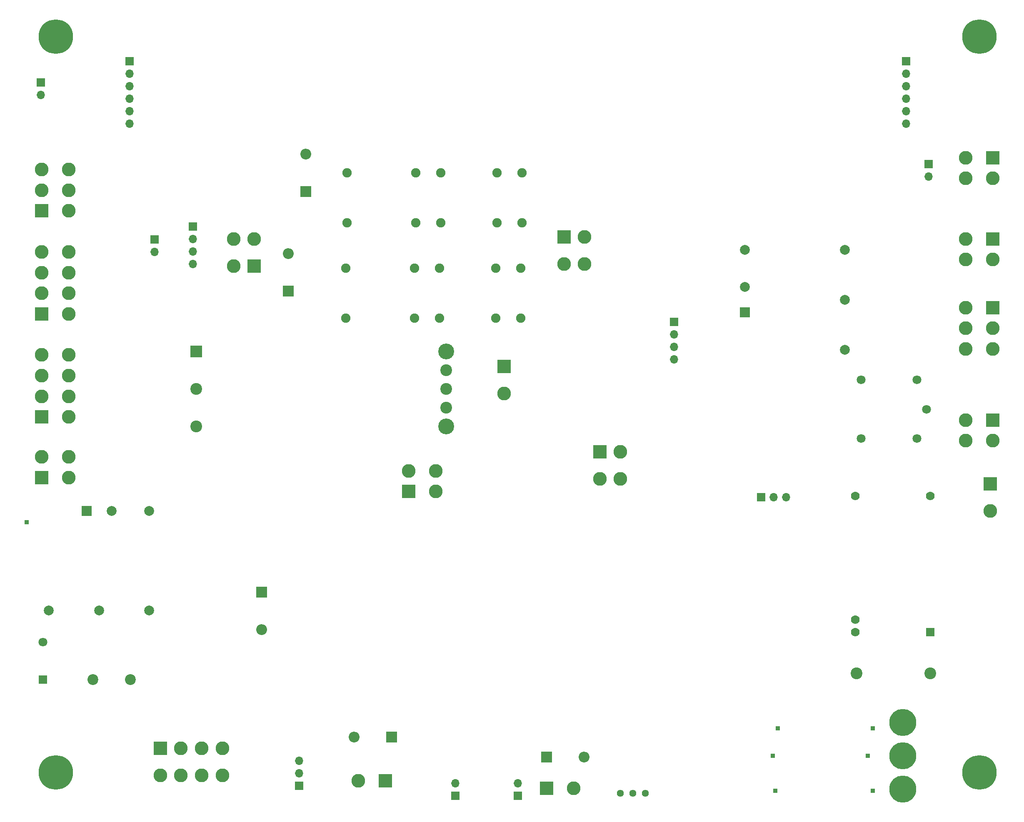
<source format=gbr>
%TF.GenerationSoftware,KiCad,Pcbnew,(5.1.6)-1*%
%TF.CreationDate,2021-02-04T22:55:20-05:00*%
%TF.ProjectId,TSI_Rev.5,5453495f-5265-4762-9e35-2e6b69636164,rev?*%
%TF.SameCoordinates,Original*%
%TF.FileFunction,Soldermask,Bot*%
%TF.FilePolarity,Negative*%
%FSLAX46Y46*%
G04 Gerber Fmt 4.6, Leading zero omitted, Abs format (unit mm)*
G04 Created by KiCad (PCBNEW (5.1.6)-1) date 2021-02-04 22:55:20*
%MOMM*%
%LPD*%
G01*
G04 APERTURE LIST*
%ADD10C,2.000000*%
%ADD11R,2.000000X2.000000*%
%ADD12R,0.850000X0.850000*%
%ADD13O,1.700000X1.700000*%
%ADD14R,1.700000X1.700000*%
%ADD15R,2.800000X2.800000*%
%ADD16C,2.800000*%
%ADD17C,1.905000*%
%ADD18C,1.778000*%
%ADD19R,1.778000X1.778000*%
%ADD20C,2.400000*%
%ADD21R,2.200000X2.200000*%
%ADD22O,2.200000X2.200000*%
%ADD23C,5.500000*%
%ADD24R,1.800000X1.800000*%
%ADD25C,1.800000*%
%ADD26C,2.200000*%
%ADD27C,1.808000*%
%ADD28C,3.226000*%
%ADD29R,2.400000X2.400000*%
%ADD30C,1.440000*%
%ADD31C,7.000000*%
G04 APERTURE END LIST*
D10*
%TO.C,PS1*%
X126887600Y-157007400D03*
X126887600Y-177307400D03*
X116687600Y-177307400D03*
X106487600Y-177307400D03*
X119287600Y-157007400D03*
D11*
X114187600Y-157007400D03*
%TD*%
D12*
%TO.C,J29*%
X101942900Y-159334200D03*
%TD*%
D13*
%TO.C,J23*%
X104838500Y-72415400D03*
D14*
X104838500Y-69875400D03*
%TD*%
D13*
%TO.C,J21*%
X233514900Y-126238000D03*
X233514900Y-123698000D03*
X233514900Y-121158000D03*
D14*
X233514900Y-118618000D03*
%TD*%
D13*
%TO.C,J19*%
X135737600Y-106832400D03*
X135737600Y-104292400D03*
X135737600Y-101752400D03*
D14*
X135737600Y-99212400D03*
%TD*%
D11*
%TO.C,U41*%
X247972420Y-116612040D03*
D10*
X247972420Y-111512040D03*
X268272420Y-124312040D03*
X268272420Y-114112040D03*
X268272420Y-103912040D03*
X247972420Y-103912040D03*
%TD*%
D13*
%TO.C,J13.2*%
X280672540Y-78257400D03*
X280672540Y-75717400D03*
X280672540Y-73177400D03*
X280697940Y-70637400D03*
X280672540Y-68097400D03*
D14*
X280672540Y-65557400D03*
%TD*%
D15*
%TO.C,J9*%
X105041700Y-150266400D03*
D16*
X105041700Y-146066400D03*
X110541700Y-150266400D03*
X110541700Y-146066400D03*
%TD*%
D17*
%TO.C,K3*%
X166852600Y-107657900D03*
X180822600Y-107657900D03*
X185915300Y-107657900D03*
X197345300Y-107657900D03*
X202425300Y-107657900D03*
X202425300Y-117817900D03*
X197345300Y-117817900D03*
X185915300Y-117817900D03*
X180822600Y-117817900D03*
X166852600Y-117817900D03*
%TD*%
D13*
%TO.C,JP3*%
X285318200Y-89090500D03*
D14*
X285318200Y-86550500D03*
%TD*%
D13*
%TO.C,J13.1*%
X122908060Y-78257400D03*
X122933460Y-75717400D03*
X122933460Y-73177400D03*
X122933460Y-70637400D03*
X122933460Y-68097400D03*
D14*
X122933460Y-65557400D03*
%TD*%
D18*
%TO.C,U1*%
X285597600Y-153949400D03*
X270357600Y-153949400D03*
X270357600Y-179095400D03*
X270357600Y-181635400D03*
D19*
X285597600Y-181635400D03*
%TD*%
D20*
%TO.C,C14*%
X285597600Y-190017400D03*
X270597600Y-190017400D03*
%TD*%
D21*
%TO.C,D5*%
X158711900Y-92062300D03*
D22*
X158711900Y-84442300D03*
%TD*%
D21*
%TO.C,D8*%
X149707600Y-173507400D03*
D22*
X149707600Y-181127400D03*
%TD*%
%TO.C,D9*%
X155111700Y-104672000D03*
D21*
X155111700Y-112292000D03*
%TD*%
%TO.C,D16*%
X207619600Y-207035400D03*
D22*
X215239600Y-207035400D03*
%TD*%
%TO.C,D17*%
X168503600Y-202971400D03*
D21*
X176123600Y-202971400D03*
%TD*%
D23*
%TO.C,J1*%
X280009600Y-213551400D03*
X280009600Y-206781400D03*
X280009600Y-200011400D03*
%TD*%
D16*
%TO.C,J3*%
X169353600Y-211861400D03*
D15*
X174853600Y-211861400D03*
%TD*%
D16*
%TO.C,J4*%
X141733600Y-210757400D03*
X137533600Y-210757400D03*
X133333600Y-210757400D03*
X129133600Y-210757400D03*
X141733600Y-205257400D03*
X137533600Y-205257400D03*
X133333600Y-205257400D03*
D15*
X129133600Y-205257400D03*
%TD*%
D16*
%TO.C,J5*%
X110541700Y-125322000D03*
X110541700Y-129522000D03*
X110541700Y-133722000D03*
X110541700Y-137922000D03*
X105041700Y-125322000D03*
X105041700Y-129522000D03*
X105041700Y-133722000D03*
D15*
X105041700Y-137922000D03*
%TD*%
D16*
%TO.C,J6*%
X292854750Y-89417000D03*
X292854750Y-85217000D03*
X298354750Y-89417000D03*
D15*
X298354750Y-85217000D03*
%TD*%
D16*
%TO.C,J7*%
X292854750Y-105927000D03*
X292854750Y-101727000D03*
X298354750Y-105927000D03*
D15*
X298354750Y-101727000D03*
%TD*%
D16*
%TO.C,J8*%
X198996300Y-133134100D03*
D15*
X198996300Y-127634100D03*
%TD*%
%TO.C,J10*%
X105041700Y-116967000D03*
D16*
X105041700Y-112767000D03*
X105041700Y-108567000D03*
X105041700Y-104367000D03*
X110541700Y-116967000D03*
X110541700Y-112767000D03*
X110541700Y-108567000D03*
X110541700Y-104367000D03*
%TD*%
%TO.C,J11*%
X215361700Y-106792000D03*
X211161700Y-106792000D03*
X215361700Y-101292000D03*
D15*
X211161700Y-101292000D03*
%TD*%
%TO.C,J12*%
X218440000Y-144983200D03*
D16*
X222640000Y-144983200D03*
X218440000Y-150483200D03*
X222640000Y-150483200D03*
%TD*%
D12*
%TO.C,J13*%
X254101600Y-213893400D03*
%TD*%
D15*
%TO.C,J14*%
X297827700Y-151574500D03*
D16*
X297827700Y-157074500D03*
%TD*%
D15*
%TO.C,J15*%
X105041700Y-96012000D03*
D16*
X105041700Y-91812000D03*
X105041700Y-87612000D03*
X110541700Y-96012000D03*
X110541700Y-91812000D03*
X110541700Y-87612000D03*
%TD*%
%TO.C,J16*%
X292854750Y-142757000D03*
X292854750Y-138557000D03*
X298354750Y-142757000D03*
D15*
X298354750Y-138557000D03*
%TD*%
%TO.C,J17*%
X179616100Y-153085800D03*
D16*
X179616100Y-148885800D03*
X185116100Y-153085800D03*
X185116100Y-148885800D03*
%TD*%
%TO.C,J18*%
X292854750Y-124097000D03*
X292854750Y-119897000D03*
X292854750Y-115697000D03*
X298354750Y-124097000D03*
X298354750Y-119897000D03*
D15*
X298354750Y-115697000D03*
%TD*%
%TO.C,J20*%
X207619600Y-213385400D03*
D16*
X213119600Y-213385400D03*
%TD*%
D15*
%TO.C,J22*%
X148221700Y-107213400D03*
D16*
X144021700Y-107213400D03*
X148221700Y-101713400D03*
X144021700Y-101713400D03*
%TD*%
D12*
%TO.C,J27*%
X253593600Y-206781400D03*
%TD*%
%TO.C,J28*%
X273913600Y-213893400D03*
%TD*%
%TO.C,J24*%
X273913600Y-201193400D03*
%TD*%
%TO.C,J25*%
X272897600Y-206781400D03*
%TD*%
%TO.C,J26*%
X254609600Y-201193400D03*
%TD*%
D14*
%TO.C,JP1*%
X251244100Y-154266900D03*
D13*
X253784100Y-154266900D03*
X256324100Y-154266900D03*
%TD*%
%TO.C,JP2*%
X157327600Y-207797400D03*
X157327600Y-210337400D03*
D14*
X157327600Y-212877400D03*
%TD*%
D13*
%TO.C,JP4*%
X201777600Y-212369400D03*
D14*
X201777600Y-214909400D03*
%TD*%
%TO.C,JP5*%
X189077600Y-214909400D03*
D13*
X189077600Y-212369400D03*
%TD*%
D24*
%TO.C,K1*%
X105257600Y-191287400D03*
D25*
X105257600Y-183667400D03*
D26*
X115417600Y-191287400D03*
X123037600Y-191287400D03*
%TD*%
D27*
%TO.C,K2*%
X282876795Y-142341600D03*
X271576800Y-142341600D03*
X271576800Y-130341602D03*
X282876795Y-130341602D03*
X284876797Y-136341601D03*
%TD*%
D17*
%TO.C,K4*%
X167081200Y-98437700D03*
X181051200Y-98437700D03*
X186143900Y-98437700D03*
X197573900Y-98437700D03*
X202653900Y-98437700D03*
X202653900Y-88277700D03*
X197573900Y-88277700D03*
X186143900Y-88277700D03*
X181051200Y-88277700D03*
X167081200Y-88277700D03*
%TD*%
D20*
%TO.C,PS2*%
X187274200Y-136080500D03*
X187274200Y-128460500D03*
X187274200Y-132270500D03*
D28*
X187274200Y-124650500D03*
D29*
X136474200Y-124630500D03*
D20*
X136474200Y-132250500D03*
D28*
X187274200Y-139890500D03*
D20*
X136474200Y-139870500D03*
%TD*%
D30*
%TO.C,RV3*%
X227685600Y-214401400D03*
X225145600Y-214401400D03*
X222605600Y-214401400D03*
%TD*%
D31*
%TO.C,U14*%
X107914700Y-210207000D03*
%TD*%
%TO.C,U15*%
X107914700Y-60607000D03*
%TD*%
%TO.C,U17*%
X295614700Y-60607000D03*
%TD*%
%TO.C,U2*%
X295614700Y-210207000D03*
%TD*%
D14*
%TO.C,J30*%
X127965200Y-101803200D03*
D13*
X127965200Y-104343200D03*
%TD*%
M02*

</source>
